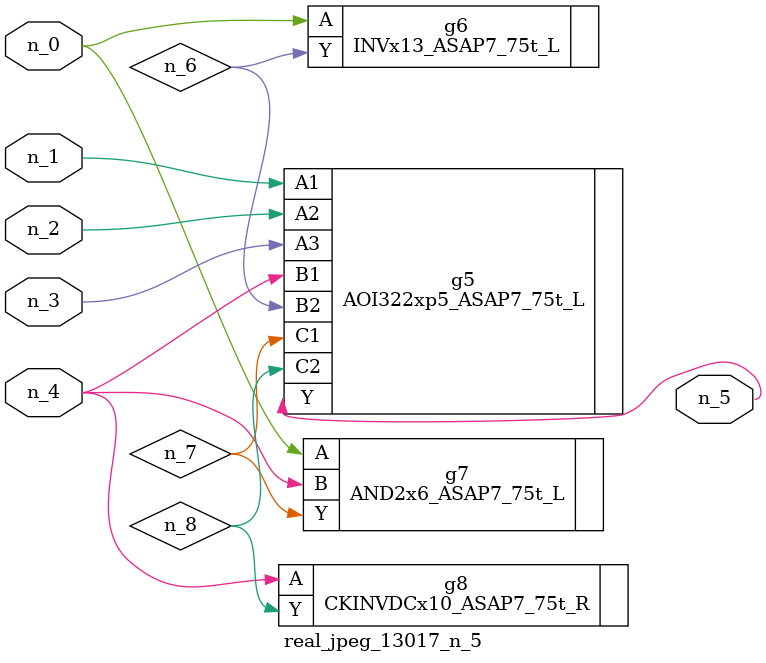
<source format=v>
module real_jpeg_13017_n_5 (n_4, n_0, n_1, n_2, n_3, n_5);

input n_4;
input n_0;
input n_1;
input n_2;
input n_3;

output n_5;

wire n_8;
wire n_6;
wire n_7;

INVx13_ASAP7_75t_L g6 ( 
.A(n_0),
.Y(n_6)
);

AND2x6_ASAP7_75t_L g7 ( 
.A(n_0),
.B(n_4),
.Y(n_7)
);

AOI322xp5_ASAP7_75t_L g5 ( 
.A1(n_1),
.A2(n_2),
.A3(n_3),
.B1(n_4),
.B2(n_6),
.C1(n_7),
.C2(n_8),
.Y(n_5)
);

CKINVDCx10_ASAP7_75t_R g8 ( 
.A(n_4),
.Y(n_8)
);


endmodule
</source>
